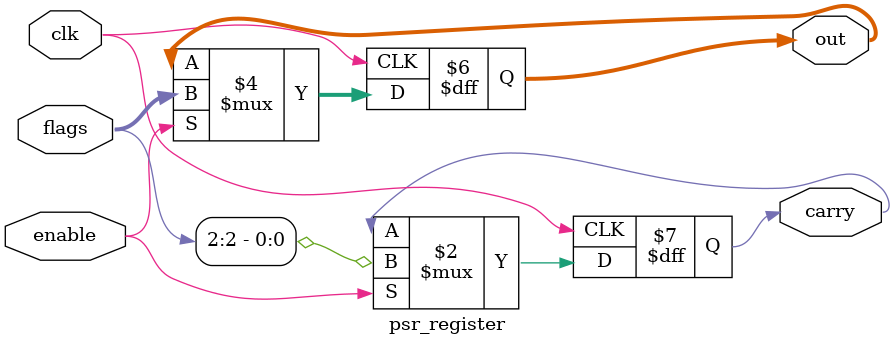
<source format=v>
/**************************************************************
 * Module: psr_register
 **************************************************************
 * Description:
 *   The psr_register module represents a Processor Status Register
 *   register that holds condition flags and a carry flag. It provides
 *   an output for the condition flags and the carry flag based on
 *   the inputs.
 * 
 * Inputs:
 *   - flags [3:0]: Input condition flags
 *   - enable: Enable signal for updating the output
 *   - Clr: Clear signal for resetting the output
 *   - clk: Clock signal
 * 
 * Outputs:
 *   - out [3:0]: Output condition flags
 *   - carry: Output carry flag
 * 
 ***************************************************************/
module psr_register (
    output reg [3:0] out,
    output reg carry,
    input wire [3:0] flags, 
    input wire enable, clk
);
always @ (posedge clk)
    if (enable) begin
        out <= flags;
        carry <= flags[2];
    end
endmodule
</source>
